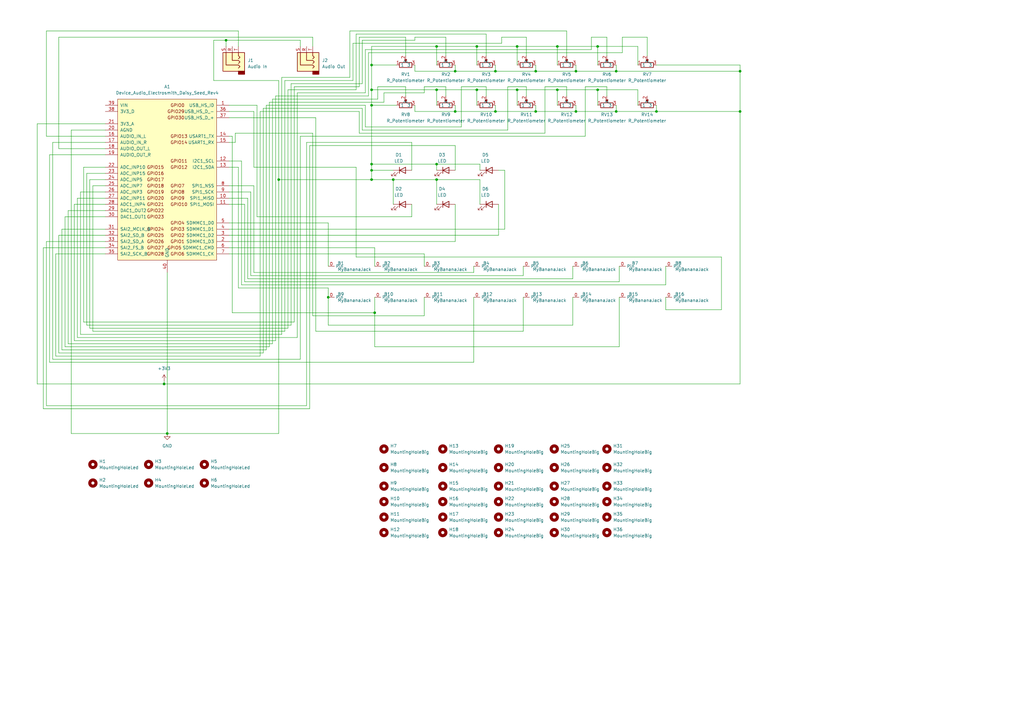
<source format=kicad_sch>
(kicad_sch (version 20211123) (generator eeschema)
  (paper "A3")
  (lib_symbols
    (symbol "Connector:AudioJack3"
      (property "Reference" "J" (at 0 8.89 0))
      (property "Value" "AudioJack3" (at 0 6.35 0))
      (symbol "AudioJack3_0_1"
        (rectangle (start -5.08 -5.08) (end -6.35 -2.54) (stroke (width 0.254)) (fill (type outline)))
        (polyline (pts (xy 0 -2.54) (xy 0.635 -3.175) (xy 1.27 -2.54) (xy 2.54 -2.54)) (stroke (width 0.254)))
        (polyline (pts (xy -1.905 -2.54) (xy -1.27 -3.175) (xy -0.635 -2.54) (xy -0.635 0) (xy 2.54 0)) (stroke (width 0.254)))
        (polyline (pts (xy 2.54 2.54) (xy -2.54 2.54) (xy -2.54 -2.54) (xy -3.175 -3.175) (xy -3.81 -2.54)) (stroke (width 0.254)))
        (rectangle (start 2.54 3.81) (end -5.08 -5.08) (stroke (width 0.254)) (fill (type background)))
      )
      (symbol "AudioJack3_1_1"
        (pin passive line (at 5.08 0 180) (length 2.54) (name "~") (number "R"))
        (pin passive line (at 5.08 2.54 180) (length 2.54) (name "~") (number "S"))
        (pin passive line (at 5.08 -2.54 180) (length 2.54) (name "~") (number "T"))
      )
    )
    (symbol "Device:LED" (pin_numbers hide) (pin_names (offset 1.016) hide)
      (property "Reference" "D" (at 0 2.54 0))
      (property "Value" "LED" (at 0 -2.54 0))
      (symbol "LED_0_1"
        (polyline (pts (xy -1.27 -1.27) (xy -1.27 1.27)) (stroke (width 0.254)))
        (polyline (pts (xy -1.27 0) (xy 1.27 0)))
        (polyline (pts (xy 1.27 -1.27) (xy 1.27 1.27) (xy -1.27 0) (xy 1.27 -1.27)) (stroke (width 0.254)))
        (polyline (pts (xy -3.048 -0.762) (xy -4.572 -2.286) (xy -3.81 -2.286) (xy -4.572 -2.286) (xy -4.572 -1.524)))
        (polyline (pts (xy -1.778 -0.762) (xy -3.302 -2.286) (xy -2.54 -2.286) (xy -3.302 -2.286) (xy -3.302 -1.524)))
      )
      (symbol "LED_1_1"
        (pin passive line (at -3.81 0 0) (length 2.54) (name "K") (number "1"))
        (pin passive line (at 3.81 0 180) (length 2.54) (name "A") (number "2"))
      )
    )
    (symbol "Device_Audio_Electrosmith_Daisy_Seed:Device_Audio_Electrosmith_Daisy_Seed_Rev4" (pin_names (offset 1.016))
      (property "Reference" "A1" (at 0 38.1 0))
      (property "Value" "Device_Audio_Electrosmith_Daisy_Seed_Rev4" (at 0 35.56 0))
      (symbol "Device_Audio_Electrosmith_Daisy_Seed_Rev4_0_0"
        (text "GPIO0" (at 1.27 30.48 0) (effects (font (size 1.27 1.27)) (justify left)))
        (text "GPIO1" (at 1.27 -25.4 0) (effects (font (size 1.27 1.27)) (justify left)))
        (text "GPIO10" (at 1.27 -10.16 0) (effects (font (size 1.27 1.27)) (justify left)))
        (text "GPIO11" (at 1.27 7.62 0) (effects (font (size 1.27 1.27)) (justify left)))
        (text "GPIO12" (at 1.27 5.08 0) (effects (font (size 1.27 1.27)) (justify left)))
        (text "GPIO13" (at 1.27 17.78 0) (effects (font (size 1.27 1.27)) (justify left)))
        (text "GPIO14" (at 1.27 15.24 0) (effects (font (size 1.27 1.27)) (justify left)))
        (text "GPIO15" (at -1.27 5.08 0) (effects (font (size 1.27 1.27)) (justify right)))
        (text "GPIO16" (at -1.27 2.54 0) (effects (font (size 1.27 1.27)) (justify right)))
        (text "GPIO17" (at -1.27 0 0) (effects (font (size 1.27 1.27)) (justify right)))
        (text "GPIO18" (at -1.27 -2.54 0) (effects (font (size 1.27 1.27)) (justify right)))
        (text "GPIO19" (at -1.27 -5.08 0) (effects (font (size 1.27 1.27)) (justify right)))
        (text "GPIO2" (at 1.27 -22.86 0) (effects (font (size 1.27 1.27)) (justify left)))
        (text "GPIO20" (at -1.27 -7.62 0) (effects (font (size 1.27 1.27)) (justify right)))
        (text "GPIO21" (at -1.27 -10.16 0) (effects (font (size 1.27 1.27)) (justify right)))
        (text "GPIO22" (at -1.27 -12.7 0) (effects (font (size 1.27 1.27)) (justify right)))
        (text "GPIO23" (at -1.27 -15.24 0) (effects (font (size 1.27 1.27)) (justify right)))
        (text "GPIO24" (at -1.27 -20.32 0) (effects (font (size 1.27 1.27)) (justify right)))
        (text "GPIO25" (at -1.27 -22.86 0) (effects (font (size 1.27 1.27)) (justify right)))
        (text "GPIO26" (at -1.27 -25.4 0) (effects (font (size 1.27 1.27)) (justify right)))
        (text "GPIO27" (at -1.27 -27.94 0) (effects (font (size 1.27 1.27)) (justify right)))
        (text "GPIO28" (at -1.27 -30.48 0) (effects (font (size 1.27 1.27)) (justify right)))
        (text "GPIO29" (at 0 27.94 0) (effects (font (size 1.27 1.27)) (justify left)))
        (text "GPIO3" (at 1.27 -20.32 0) (effects (font (size 1.27 1.27)) (justify left)))
        (text "GPIO30" (at 0 25.4 0) (effects (font (size 1.27 1.27)) (justify left)))
        (text "GPIO4" (at 1.27 -17.78 0) (effects (font (size 1.27 1.27)) (justify left)))
        (text "GPIO5" (at 0 -27.94 0) (effects (font (size 1.27 1.27)) (justify left)))
        (text "GPIO6" (at 1.27 -30.48 0) (effects (font (size 1.27 1.27)) (justify left)))
        (text "GPIO7" (at 1.27 -2.54 0) (effects (font (size 1.27 1.27)) (justify left)))
        (text "GPIO8" (at 1.27 -5.08 0) (effects (font (size 1.27 1.27)) (justify left)))
        (text "GPIO9" (at 1.27 -7.62 0) (effects (font (size 1.27 1.27)) (justify left)))
        (pin bidirectional line (at 25.4 30.48 180) (length 5.08) (name "USB_HS_ID") (number "1"))
        (pin bidirectional line (at 25.4 -7.62 180) (length 5.08) (name "SPI1_MISO") (number "10"))
        (pin bidirectional line (at 25.4 -10.16 180) (length 5.08) (name "SPI1_MOSI") (number "11"))
        (pin bidirectional line (at 25.4 7.62 180) (length 5.08) (name "I2C1_SCL") (number "12"))
        (pin bidirectional line (at 25.4 5.08 180) (length 5.08) (name "I2C1_SDA") (number "13"))
        (pin bidirectional line (at 25.4 17.78 180) (length 5.08) (name "USART1_TX") (number "14"))
        (pin bidirectional line (at 25.4 15.24 180) (length 5.08) (name "USART1_RX") (number "15"))
        (pin input line (at -25.4 17.78 0) (length 5.08) (name "AUDIO_IN_L") (number "16"))
        (pin input line (at -25.4 15.24 0) (length 5.08) (name "AUDIO_IN_R") (number "17"))
        (pin output line (at -25.4 12.7 0) (length 5.08) (name "AUDIO_OUT_L") (number "18"))
        (pin output line (at -25.4 10.16 0) (length 5.08) (name "AUDIO_OUT_R") (number "19"))
        (pin bidirectional line (at 25.4 -25.4 180) (length 5.08) (name "SDMMC1_D3") (number "2"))
        (pin passive line (at -25.4 20.32 0) (length 5.08) (name "AGND") (number "20"))
        (pin power_out line (at -25.4 22.86 0) (length 5.08) (name "3V3_A") (number "21"))
        (pin bidirectional line (at -25.4 5.08 0) (length 5.08) (name "ADC_INP10") (number "22"))
        (pin bidirectional line (at -25.4 2.54 0) (length 5.08) (name "ADC_INP15") (number "23"))
        (pin bidirectional line (at -25.4 0 0) (length 5.08) (name "ADC_INP5") (number "24"))
        (pin bidirectional line (at -25.4 -2.54 0) (length 5.08) (name "ADC_INP7") (number "25"))
        (pin bidirectional line (at -25.4 -5.08 0) (length 5.08) (name "ADC_INP3") (number "26"))
        (pin bidirectional line (at -25.4 -7.62 0) (length 5.08) (name "ADC_INP11") (number "27"))
        (pin bidirectional line (at -25.4 -10.16 0) (length 5.08) (name "ADC1_INP4") (number "28"))
        (pin bidirectional line (at -25.4 -12.7 0) (length 5.08) (name "DAC1_OUT2") (number "29"))
        (pin bidirectional line (at 25.4 -22.86 180) (length 5.08) (name "SDMMC1_D2") (number "3"))
        (pin bidirectional line (at -25.4 -15.24 0) (length 5.08) (name "DAC1_OUT1") (number "30"))
        (pin bidirectional line (at -25.4 -20.32 0) (length 5.08) (name "SAI2_MCLK_B") (number "31"))
        (pin bidirectional line (at -25.4 -22.86 0) (length 5.08) (name "SAI2_SD_B") (number "32"))
        (pin bidirectional line (at -25.4 -25.4 0) (length 5.08) (name "SAI2_SD_A") (number "33"))
        (pin bidirectional line (at -25.4 -27.94 0) (length 5.08) (name "SAI2_FS_B") (number "34"))
        (pin bidirectional line (at -25.4 -30.48 0) (length 5.08) (name "SAI2_SCK_B") (number "35"))
        (pin bidirectional line (at 25.4 27.94 180) (length 5.08) (name "USB_HS_D_-") (number "36"))
        (pin bidirectional line (at 25.4 25.4 180) (length 5.08) (name "USB_HS_D_+") (number "37"))
        (pin power_out line (at -25.4 27.94 0) (length 5.08) (name "3V3_D") (number "38"))
        (pin power_in line (at -25.4 30.48 0) (length 5.08) (name "VIN") (number "39"))
        (pin bidirectional line (at 25.4 -20.32 180) (length 5.08) (name "SDMMC1_D1") (number "4"))
        (pin passive line (at 0 -38.1 90) (length 5.08) (name "GND") (number "40"))
        (pin bidirectional line (at 25.4 -17.78 180) (length 5.08) (name "SDMMC1_D0") (number "5"))
        (pin bidirectional line (at 25.4 -27.94 180) (length 5.08) (name "SDMMC1_CMD") (number "6"))
        (pin bidirectional line (at 25.4 -30.48 180) (length 5.08) (name "SDMMC1_CK") (number "7"))
        (pin bidirectional line (at 25.4 -2.54 180) (length 5.08) (name "SPI1_NSS") (number "8"))
        (pin bidirectional line (at 25.4 -5.08 180) (length 5.08) (name "SPI1_SCK") (number "9"))
      )
      (symbol "Device_Audio_Electrosmith_Daisy_Seed_Rev4_0_1"
        (rectangle (start -20.32 33.02) (end 20.32 -33.02) (fill (type background)))
      )
    )
    (symbol "Mechanical:MountingHole" (pin_names (offset 1.016))
      (property "Reference" "H" (at 0 5.08 0))
      (property "Value" "MountingHole" (at 0 3.175 0))
      (symbol "MountingHole_0_1"
        (circle (center 0 0) (radius 1.27) (stroke (width 1.27)))
      )
    )
    (symbol "myLibrary:MyBananaJack"
      (property "Reference" "B" (at 1.27 2.54 0))
      (property "Value" "MyBananaJack" (at 7.62 5.08 0))
      (symbol "MyBananaJack_1_1"
        (pin bidirectional line (at 0 0 0) (length 2.54) (name "Pin") (number "0"))
      )
    )
    (symbol "myLibrary:MyPotType1"
      (property "Reference" "U" (at 0 0 0))
      (property "Value" "MyPotType1" (at 7.62 3.81 0))
      (symbol "MyPotType1_0_1"
        (polyline (pts (xy 2.54 0) (xy 1.524 0)))
        (polyline (pts (xy 1.143 0) (xy 2.286 0.508) (xy 2.286 -0.508) (xy 1.143 0)) (fill (type outline)))
        (rectangle (start 1.016 2.54) (end -1.016 -2.54) (stroke (width 0.254)))
      )
      (symbol "MyPotType1_1_1"
        (pin passive line (at 0 3.81 270) (length 1.27) (name "1") (number "1"))
        (pin passive line (at 3.81 0 180) (length 1.27) (name "2") (number "2"))
        (pin passive line (at 0 -3.81 90) (length 1.27) (name "3") (number "3"))
      )
    )
    (symbol "power:+3V3" (power) (pin_names (offset 0))
      (property "Value" "+3V3" (at 0 3.556 0))
      (symbol "+3V3_0_1"
        (polyline (pts (xy -0.762 1.27) (xy 0 2.54)))
        (polyline (pts (xy 0 0) (xy 0 2.54)))
        (polyline (pts (xy 0 2.54) (xy 0.762 1.27)))
      )
      (symbol "+3V3_1_1"
        (pin power_in line (at 0 0 90) (length 0) hide (name "+3V3") (number "1"))
      )
    )
    (symbol "power:GND" (power) (pin_names (offset 0))
      (property "Value" "GND" (at 0 -3.81 0))
      (symbol "GND_0_1"
        (polyline (pts (xy 0 0) (xy 0 -1.27) (xy 1.27 -1.27) (xy 0 -2.54) (xy -1.27 -1.27) (xy 0 -1.27)))
      )
      (symbol "GND_1_1"
        (pin power_in line (at 0 0 270) (length 0) hide (name "GND") (number "1"))
      )
    )
  )
  (junction (at 303.53 29.21))
  (junction (at 179.07 67.31))
  (junction (at 152.4 69.85))
  (junction (at 152.4 26.67))
  (junction (at 219.71 29.21))
  (junction (at 252.73 29.21))
  (junction (at 195.58 19.05))
  (junction (at 236.22 45.72))
  (junction (at 179.07 36.83))
  (junction (at 114.3 73.66))
  (junction (at 186.69 45.72))
  (junction (at 153.67 128.27))
  (junction (at 186.69 29.21))
  (junction (at 134.62 121.92))
  (junction (at 152.4 67.31))
  (junction (at 269.24 45.72))
  (junction (at 228.6 36.83))
  (junction (at 179.07 73.66))
  (junction (at 236.22 29.21))
  (junction (at 245.11 36.83))
  (junction (at 219.71 45.72))
  (junction (at 179.07 19.05))
  (junction (at 203.2 29.21))
  (junction (at 195.58 36.83))
  (junction (at 67.31 157.48))
  (junction (at 152.4 36.83))
  (junction (at 212.09 36.83))
  (junction (at 203.2 45.72))
  (junction (at 92.71 16.51))
  (junction (at 252.73 45.72))
  (junction (at 161.29 73.66))
  (junction (at 212.09 19.05))
  (junction (at 68.58 177.8))
  (junction (at 152.4 43.18))
  (junction (at 245.11 19.05))
  (junction (at 228.6 19.05))
  (junction (at 152.4 73.66))
  (junction (at 303.53 45.72))
  (wire (pts (xy 152.4 43.18) (xy 152.4 67.31)))
  (wire (pts (xy 68.58 177.8) (xy 114.3 177.8)))
  (wire (pts (xy 195.58 19.05) (xy 179.07 19.05)))
  (wire (pts (xy 146.05 105.41) (xy 295.91 105.41)))
  (wire (pts (xy 215.9 15.24) (xy 215.9 22.86)))
  (wire (pts (xy 24.13 15.24) (xy 128.27 15.24)))
  (wire (pts (xy 147.32 54.61) (xy 223.52 54.61)))
  (wire (pts (xy 208.28 53.34) (xy 208.28 35.56)))
  (wire (pts (xy 248.92 15.24) (xy 248.92 22.86)))
  (wire (pts (xy 43.18 81.28) (xy 31.75 81.28)))
  (wire (pts (xy 173.99 38.1) (xy 173.99 35.56)))
  (wire (pts (xy 35.56 71.12) (xy 35.56 133.35)))
  (wire (pts (xy 125.73 58.42) (xy 168.91 58.42)))
  (wire (pts (xy 113.03 39.37) (xy 151.13 39.37)))
  (wire (pts (xy 189.23 35.56) (xy 199.39 35.56)))
  (wire (pts (xy 152.4 67.31) (xy 152.4 69.85)))
  (wire (pts (xy 109.22 43.18) (xy 149.86 43.18)))
  (wire (pts (xy 219.71 26.67) (xy 219.71 29.21)))
  (wire (pts (xy 295.91 105.41) (xy 295.91 127)))
  (wire (pts (xy 170.18 29.21) (xy 186.69 29.21)))
  (wire (pts (xy 242.57 15.24) (xy 248.92 15.24)))
  (wire (pts (xy 236.22 26.67) (xy 236.22 29.21)))
  (wire (pts (xy 228.6 36.83) (xy 212.09 36.83)))
  (wire (pts (xy 186.69 99.06) (xy 186.69 83.82)))
  (wire (pts (xy 148.59 44.45) (xy 148.59 53.34)))
  (wire (pts (xy 125.73 166.37) (xy 125.73 58.42)))
  (wire (pts (xy 35.56 133.35) (xy 119.38 133.35)))
  (wire (pts (xy 102.87 113.03) (xy 214.63 113.03)))
  (wire (pts (xy 161.29 83.82) (xy 161.29 73.66)))
  (wire (pts (xy 26.67 142.24) (xy 110.49 142.24)))
  (wire (pts (xy 194.31 148.59) (xy 194.31 121.92)))
  (wire (pts (xy 152.4 69.85) (xy 152.4 73.66)))
  (wire (pts (xy 43.18 96.52) (xy 24.13 96.52)))
  (wire (pts (xy 118.11 36.83) (xy 118.11 134.62)))
  (wire (pts (xy 153.67 101.6) (xy 153.67 109.22)))
  (wire (pts (xy 38.1 76.2) (xy 38.1 135.89)))
  (wire (pts (xy 303.53 29.21) (xy 303.53 45.72)))
  (wire (pts (xy 24.13 60.96) (xy 24.13 15.24)))
  (wire (pts (xy 146.05 36.83) (xy 146.05 13.97)))
  (wire (pts (xy 273.05 116.84) (xy 273.05 109.22)))
  (wire (pts (xy 31.75 81.28) (xy 31.75 138.43)))
  (wire (pts (xy 255.27 21.59) (xy 255.27 15.24)))
  (wire (pts (xy 232.41 35.56) (xy 232.41 39.37)))
  (wire (pts (xy 179.07 73.66) (xy 161.29 73.66)))
  (wire (pts (xy 114.3 33.02) (xy 114.3 73.66)))
  (wire (pts (xy 99.06 66.04) (xy 99.06 116.84)))
  (wire (pts (xy 203.2 26.67) (xy 203.2 29.21)))
  (wire (pts (xy 93.98 93.98) (xy 207.01 93.98)))
  (wire (pts (xy 43.18 104.14) (xy 22.86 104.14)))
  (wire (pts (xy 119.38 133.35) (xy 119.38 34.29)))
  (wire (pts (xy 93.98 66.04) (xy 99.06 66.04)))
  (wire (pts (xy 152.4 36.83) (xy 179.07 36.83)))
  (wire (pts (xy 19.05 166.37) (xy 125.73 166.37)))
  (wire (pts (xy 147.32 15.24) (xy 166.37 15.24)))
  (wire (pts (xy 105.41 43.18) (xy 105.41 88.9)))
  (wire (pts (xy 107.95 144.78) (xy 107.95 44.45)))
  (wire (pts (xy 33.02 137.16) (xy 115.57 137.16)))
  (wire (pts (xy 20.32 63.5) (xy 20.32 148.59)))
  (wire (pts (xy 212.09 19.05) (xy 195.58 19.05)))
  (wire (pts (xy 29.21 177.8) (xy 68.58 177.8)))
  (wire (pts (xy 43.18 76.2) (xy 38.1 76.2)))
  (wire (pts (xy 25.4 93.98) (xy 25.4 143.51)))
  (wire (pts (xy 128.27 15.24) (xy 128.27 19.05)))
  (wire (pts (xy 93.98 99.06) (xy 186.69 99.06)))
  (wire (pts (xy 114.3 33.02) (xy 87.63 33.02)))
  (wire (pts (xy 236.22 43.18) (xy 236.22 45.72)))
  (wire (pts (xy 43.18 101.6) (xy 17.78 101.6)))
  (wire (pts (xy 194.31 111.76) (xy 194.31 109.22)))
  (wire (pts (xy 179.07 26.67) (xy 179.07 19.05)))
  (wire (pts (xy 269.24 45.72) (xy 303.53 45.72)))
  (wire (pts (xy 109.22 143.51) (xy 109.22 43.18)))
  (wire (pts (xy 170.18 15.24) (xy 182.88 15.24)))
  (wire (pts (xy 36.83 134.62) (xy 118.11 134.62)))
  (wire (pts (xy 168.91 58.42) (xy 168.91 69.85)))
  (wire (pts (xy 196.85 73.66) (xy 179.07 73.66)))
  (wire (pts (xy 196.85 83.82) (xy 196.85 73.66)))
  (wire (pts (xy 93.98 101.6) (xy 153.67 101.6)))
  (wire (pts (xy 252.73 43.18) (xy 252.73 45.72)))
  (wire (pts (xy 240.03 35.56) (xy 248.92 35.56)))
  (wire (pts (xy 22.86 146.05) (xy 106.68 146.05)))
  (wire (pts (xy 87.63 16.51) (xy 92.71 16.51)))
  (wire (pts (xy 93.98 78.74) (xy 102.87 78.74)))
  (wire (pts (xy 93.98 96.52) (xy 204.47 96.52)))
  (wire (pts (xy 115.57 137.16) (xy 115.57 31.75)))
  (wire (pts (xy 43.18 50.8) (xy 15.24 50.8)))
  (wire (pts (xy 214.63 113.03) (xy 214.63 109.22)))
  (wire (pts (xy 95.25 128.27) (xy 153.67 128.27)))
  (wire (pts (xy 106.68 45.72) (xy 147.32 45.72)))
  (wire (pts (xy 219.71 45.72) (xy 236.22 45.72)))
  (wire (pts (xy 179.07 67.31) (xy 152.4 67.31)))
  (wire (pts (xy 166.37 35.56) (xy 166.37 39.37)))
  (wire (pts (xy 199.39 13.97) (xy 199.39 22.86)))
  (wire (pts (xy 43.18 88.9) (xy 26.67 88.9)))
  (wire (pts (xy 186.69 29.21) (xy 203.2 29.21)))
  (wire (pts (xy 152.4 36.83) (xy 152.4 43.18)))
  (wire (pts (xy 121.92 38.1) (xy 149.86 38.1)))
  (wire (pts (xy 254 142.24) (xy 153.67 142.24)))
  (wire (pts (xy 120.65 132.08) (xy 120.65 35.56)))
  (wire (pts (xy 205.74 17.78) (xy 205.74 15.24)))
  (wire (pts (xy 234.95 114.3) (xy 234.95 109.22)))
  (wire (pts (xy 100.33 115.57) (xy 254 115.57)))
  (wire (pts (xy 15.24 157.48) (xy 67.31 157.48)))
  (wire (pts (xy 67.31 157.48) (xy 67.31 156.21)))
  (wire (pts (xy 232.41 12.7) (xy 232.41 22.86)))
  (wire (pts (xy 123.19 16.51) (xy 92.71 16.51)))
  (wire (pts (xy 101.6 81.28) (xy 101.6 114.3)))
  (wire (pts (xy 303.53 26.67) (xy 269.24 26.67)))
  (wire (pts (xy 105.41 88.9) (xy 168.91 88.9)))
  (wire (pts (xy 43.18 73.66) (xy 36.83 73.66)))
  (wire (pts (xy 127 167.64) (xy 127 59.69)))
  (wire (pts (xy 22.86 104.14) (xy 22.86 146.05)))
  (wire (pts (xy 116.84 135.89) (xy 116.84 33.02)))
  (wire (pts (xy 182.88 35.56) (xy 182.88 39.37)))
  (wire (pts (xy 205.74 15.24) (xy 215.9 15.24)))
  (wire (pts (xy 166.37 15.24) (xy 166.37 22.86)))
  (wire (pts (xy 30.48 83.82) (xy 30.48 139.7)))
  (wire (pts (xy 134.62 133.35) (xy 234.95 133.35)))
  (wire (pts (xy 252.73 45.72) (xy 269.24 45.72)))
  (wire (pts (xy 111.76 40.64) (xy 154.94 40.64)))
  (wire (pts (xy 93.98 81.28) (xy 101.6 81.28)))
  (wire (pts (xy 170.18 26.67) (xy 170.18 29.21)))
  (wire (pts (xy 43.18 86.36) (xy 27.94 86.36)))
  (wire (pts (xy 151.13 39.37) (xy 151.13 21.59)))
  (wire (pts (xy 111.76 140.97) (xy 111.76 40.64)))
  (wire (pts (xy 21.59 147.32) (xy 123.19 147.32)))
  (wire (pts (xy 25.4 143.51) (xy 109.22 143.51)))
  (wire (pts (xy 179.07 69.85) (xy 179.07 67.31)))
  (wire (pts (xy 146.05 68.58) (xy 146.05 105.41)))
  (wire (pts (xy 143.51 31.75) (xy 143.51 12.7)))
  (wire (pts (xy 154.94 35.56) (xy 166.37 35.56)))
  (wire (pts (xy 93.98 83.82) (xy 100.33 83.82)))
  (wire (pts (xy 21.59 58.42) (xy 21.59 147.32)))
  (wire (pts (xy 144.78 33.02) (xy 144.78 17.78)))
  (wire (pts (xy 24.13 144.78) (xy 107.95 144.78)))
  (wire (pts (xy 93.98 43.18) (xy 105.41 43.18)))
  (wire (pts (xy 114.3 177.8) (xy 114.3 73.66)))
  (wire (pts (xy 144.78 17.78) (xy 205.74 17.78)))
  (wire (pts (xy 43.18 99.06) (xy 19.05 99.06)))
  (wire (pts (xy 204.47 69.85) (xy 207.01 69.85)))
  (wire (pts (xy 26.67 88.9) (xy 26.67 142.24)))
  (wire (pts (xy 245.11 26.67) (xy 245.11 19.05)))
  (wire (pts (xy 115.57 31.75) (xy 143.51 31.75)))
  (wire (pts (xy 154.94 40.64) (xy 154.94 35.56)))
  (wire (pts (xy 228.6 26.67) (xy 228.6 19.05)))
  (wire (pts (xy 199.39 35.56) (xy 199.39 39.37)))
  (wire (pts (xy 219.71 29.21) (xy 236.22 29.21)))
  (wire (pts (xy 148.59 53.34) (xy 208.28 53.34)))
  (wire (pts (xy 186.69 59.69) (xy 186.69 69.85)))
  (wire (pts (xy 15.24 50.8) (xy 15.24 157.48)))
  (wire (pts (xy 207.01 93.98) (xy 207.01 69.85)))
  (wire (pts (xy 31.75 138.43) (xy 121.92 138.43)))
  (wire (pts (xy 97.79 12.7) (xy 97.79 19.05)))
  (wire (pts (xy 149.86 38.1) (xy 149.86 20.32)))
  (wire (pts (xy 97.79 68.58) (xy 97.79 118.11)))
  (wire (pts (xy 43.18 60.96) (xy 24.13 60.96)))
  (wire (pts (xy 219.71 43.18) (xy 219.71 45.72)))
  (wire (pts (xy 228.6 43.18) (xy 228.6 36.83)))
  (wire (pts (xy 100.33 83.82) (xy 100.33 115.57)))
  (wire (pts (xy 36.83 73.66) (xy 36.83 134.62)))
  (wire (pts (xy 34.29 68.58) (xy 34.29 132.08)))
  (wire (pts (xy 148.59 16.51) (xy 170.18 16.51)))
  (wire (pts (xy 196.85 67.31) (xy 179.07 67.31)))
  (wire (pts (xy 214.63 135.89) (xy 214.63 121.92)))
  (wire (pts (xy 19.05 55.88) (xy 19.05 12.7)))
  (wire (pts (xy 182.88 15.24) (xy 182.88 22.86)))
  (wire (pts (xy 223.52 54.61) (xy 223.52 35.56)))
  (wire (pts (xy 129.54 48.26) (xy 129.54 135.89)))
  (wire (pts (xy 186.69 26.67) (xy 186.69 29.21)))
  (wire (pts (xy 104.14 111.76) (xy 194.31 111.76)))
  (wire (pts (xy 123.19 55.88) (xy 240.03 55.88)))
  (wire (pts (xy 20.32 148.59) (xy 194.31 148.59)))
  (wire (pts (xy 261.62 36.83) (xy 245.11 36.83)))
  (wire (pts (xy 303.53 157.48) (xy 303.53 45.72)))
  (wire (pts (xy 240.03 55.88) (xy 240.03 35.56)))
  (wire (pts (xy 134.62 121.92) (xy 134.62 133.35)))
  (wire (pts (xy 106.68 146.05) (xy 106.68 45.72)))
  (wire (pts (xy 252.73 29.21) (xy 303.53 29.21)))
  (wire (pts (xy 152.4 43.18) (xy 162.56 43.18)))
  (wire (pts (xy 153.67 128.27) (xy 153.67 142.24)))
  (wire (pts (xy 93.98 68.58) (xy 97.79 68.58)))
  (wire (pts (xy 196.85 69.85) (xy 196.85 67.31)))
  (wire (pts (xy 303.53 29.21) (xy 303.53 26.67)))
  (wire (pts (xy 93.98 48.26) (xy 129.54 48.26)))
  (wire (pts (xy 107.95 44.45) (xy 148.59 44.45)))
  (wire (pts (xy 195.58 26.67) (xy 195.58 19.05)))
  (wire (pts (xy 161.29 73.66) (xy 152.4 73.66)))
  (wire (pts (xy 245.11 43.18) (xy 245.11 36.83)))
  (wire (pts (xy 265.43 15.24) (xy 265.43 22.86)))
  (wire (pts (xy 151.13 21.59) (xy 255.27 21.59)))
  (wire (pts (xy 146.05 13.97) (xy 199.39 13.97)))
  (wire (pts (xy 33.02 78.74) (xy 43.18 78.74)))
  (wire (pts (xy 110.49 41.91) (xy 157.48 41.91)))
  (wire (pts (xy 87.63 33.02) (xy 87.63 16.51)))
  (wire (pts (xy 134.62 91.44) (xy 134.62 109.22)))
  (wire (pts (xy 43.18 83.82) (xy 30.48 83.82)))
  (wire (pts (xy 157.48 41.91) (xy 157.48 38.1)))
  (wire (pts (xy 261.62 19.05) (xy 245.11 19.05)))
  (wire (pts (xy 255.27 15.24) (xy 265.43 15.24)))
  (wire (pts (xy 93.98 55.88) (xy 95.25 55.88)))
  (wire (pts (xy 116.84 33.02) (xy 144.78 33.02)))
  (wire (pts (xy 104.14 68.58) (xy 146.05 68.58)))
  (wire (pts (xy 93.98 76.2) (xy 104.14 76.2)))
  (wire (pts (xy 212.09 36.83) (xy 195.58 36.83)))
  (wire (pts (xy 93.98 58.42) (xy 96.52 58.42)))
  (wire (pts (xy 43.18 93.98) (xy 25.4 93.98)))
  (wire (pts (xy 19.05 99.06) (xy 19.05 166.37)))
  (wire (pts (xy 43.18 58.42) (xy 21.59 58.42)))
  (wire (pts (xy 148.59 34.29) (xy 148.59 16.51)))
  (wire (pts (xy 127 59.69) (xy 186.69 59.69)))
  (wire (pts (xy 203.2 43.18) (xy 203.2 45.72)))
  (wire (pts (xy 29.21 53.34) (xy 29.21 177.8)))
  (wire (pts (xy 173.99 35.56) (xy 182.88 35.56)))
  (wire (pts (xy 110.49 142.24) (xy 110.49 41.91)))
  (wire (pts (xy 252.73 26.67) (xy 252.73 29.21)))
  (wire (pts (xy 121.92 138.43) (xy 121.92 38.1)))
  (wire (pts (xy 162.56 26.67) (xy 152.4 26.67)))
  (wire (pts (xy 179.07 43.18) (xy 179.07 36.83)))
  (wire (pts (xy 149.86 52.07) (xy 189.23 52.07)))
  (wire (pts (xy 104.14 76.2) (xy 104.14 111.76)))
  (wire (pts (xy 295.91 127) (xy 273.05 127)))
  (wire (pts (xy 43.18 68.58) (xy 34.29 68.58)))
  (wire (pts (xy 43.18 71.12) (xy 35.56 71.12)))
  (wire (pts (xy 104.14 45.72) (xy 104.14 68.58)))
  (wire (pts (xy 152.4 26.67) (xy 152.4 36.83)))
  (wire (pts (xy 33.02 78.74) (xy 33.02 137.16)))
  (wire (pts (xy 149.86 20.32) (xy 242.57 20.32)))
  (wire (pts (xy 120.65 35.56) (xy 147.32 35.56)))
  (wire (pts (xy 93.98 45.72) (xy 104.14 45.72)))
  (wire (pts (xy 67.31 157.48) (xy 303.53 157.48)))
  (wire (pts (xy 128.27 129.54) (xy 173.99 129.54)))
  (wire (pts (xy 236.22 45.72) (xy 252.73 45.72)))
  (wire (pts (xy 118.11 36.83) (xy 146.05 36.83)))
  (wire (pts (xy 34.29 132.08) (xy 120.65 132.08)))
  (wire (pts (xy 99.06 116.84) (xy 273.05 116.84)))
  (wire (pts (xy 228.6 19.05) (xy 212.09 19.05)))
  (wire (pts (xy 27.94 140.97) (xy 111.76 140.97)))
  (wire (pts (xy 261.62 43.18) (xy 261.62 36.83)))
  (wire (pts (xy 43.18 55.88) (xy 19.05 55.88)))
  (wire (pts (xy 248.92 35.56) (xy 248.92 39.37)))
  (wire (pts (xy 223.52 35.56) (xy 232.41 35.56)))
  (wire (pts (xy 43.18 63.5) (xy 20.32 63.5)))
  (wire (pts (xy 269.24 43.18) (xy 269.24 45.72)))
  (wire (pts (xy 102.87 78.74) (xy 102.87 113.03)))
  (wire (pts (xy 215.9 35.56) (xy 215.9 39.37)))
  (wire (pts (xy 113.03 139.7) (xy 113.03 39.37)))
  (wire (pts (xy 245.11 36.83) (xy 228.6 36.83)))
  (wire (pts (xy 114.3 73.66) (xy 152.4 73.66)))
  (wire (pts (xy 93.98 91.44) (xy 134.62 91.44)))
  (wire (pts (xy 186.69 43.18) (xy 186.69 45.72)))
  (wire (pts (xy 27.94 86.36) (xy 27.94 140.97)))
  (wire (pts (xy 101.6 114.3) (xy 234.95 114.3)))
  (wire (pts (xy 68.58 111.76) (xy 68.58 177.8)))
  (wire (pts (xy 170.18 43.18) (xy 170.18 45.72)))
  (wire (pts (xy 273.05 127) (xy 273.05 121.92)))
  (wire (pts (xy 123.19 19.05) (xy 123.19 16.51)))
  (wire (pts (xy 95.25 55.88) (xy 95.25 128.27)))
  (wire (pts (xy 143.51 12.7) (xy 232.41 12.7)))
  (wire (pts (xy 234.95 133.35) (xy 234.95 121.92)))
  (wire (pts (xy 128.27 54.61) (xy 128.27 129.54)))
  (wire (pts (xy 170.18 45.72) (xy 186.69 45.72)))
  (wire (pts (xy 30.48 139.7) (xy 113.03 139.7)))
  (wire (pts (xy 93.98 104.14) (xy 173.99 104.14)))
  (wire (pts (xy 149.86 43.18) (xy 149.86 52.07)))
  (wire (pts (xy 157.48 38.1) (xy 173.99 38.1)))
  (wire (pts (xy 203.2 29.21) (xy 219.71 29.21)))
  (wire (pts (xy 203.2 45.72) (xy 219.71 45.72)))
  (wire (pts (xy 147.32 35.56) (xy 147.32 15.24)))
  (wire (pts (xy 17.78 167.64) (xy 127 167.64)))
  (wire (pts (xy 254 121.92) (xy 254 142.24)))
  (wire (pts (xy 123.19 147.32) (xy 123.19 55.88)))
  (wire (pts (xy 168.91 83.82) (xy 168.91 88.9)))
  (wire (pts (xy 254 115.57) (xy 254 109.22)))
  (wire (pts (xy 19.05 12.7) (xy 97.79 12.7)))
  (wire (pts (xy 119.38 34.29) (xy 148.59 34.29)))
  (wire (pts (xy 212.09 26.67) (xy 212.09 19.05)))
  (wire (pts (xy 96.52 54.61) (xy 128.27 54.61)))
  (wire (pts (xy 195.58 43.18) (xy 195.58 36.83)))
  (wire (pts (xy 186.69 45.72) (xy 203.2 45.72)))
  (wire (pts (xy 170.18 16.51) (xy 170.18 15.24)))
  (wire (pts (xy 242.57 20.32) (xy 242.57 15.24)))
  (wire (pts (xy 152.4 19.05) (xy 152.4 26.67)))
  (wire (pts (xy 179.07 36.83) (xy 195.58 36.83)))
  (wire (pts (xy 208.28 35.56) (xy 215.9 35.56)))
  (wire (pts (xy 212.09 43.18) (xy 212.09 36.83)))
  (wire (pts (xy 96.52 58.42) (xy 96.52 54.61)))
  (wire (pts (xy 236.22 29.21) (xy 252.73 29.21)))
  (wire (pts (xy 173.99 104.14) (xy 173.99 109.22)))
  (wire (pts (xy 129.54 135.89) (xy 214.63 135.89)))
  (wire (pts (xy 38.1 135.89) (xy 116.84 135.89)))
  (wire (pts (xy 173.99 129.54) (xy 173.99 121.92)))
  (wire (pts (xy 17.78 101.6) (xy 17.78 167.64)))
  (wire (pts (xy 97.79 118.11) (xy 134.62 118.11)))
  (wire (pts (xy 179.07 19.05) (xy 152.4 19.05)))
  (wire (pts (xy 153.67 121.92) (xy 153.67 128.27)))
  (wire (pts (xy 24.13 96.52) (xy 24.13 144.78)))
  (wire (pts (xy 245.11 19.05) (xy 228.6 19.05)))
  (wire (pts (xy 204.47 96.52) (xy 204.47 83.82)))
  (wire (pts (xy 179.07 83.82) (xy 179.07 73.66)))
  (wire (pts (xy 189.23 52.07) (xy 189.23 35.56)))
  (wire (pts (xy 92.71 16.51) (xy 92.71 19.05)))
  (wire (pts (xy 134.62 118.11) (xy 134.62 121.92)))
  (wire (pts (xy 261.62 26.67) (xy 261.62 19.05)))
  (wire (pts (xy 43.18 53.34) (xy 29.21 53.34)))
  (wire (pts (xy 152.4 69.85) (xy 161.29 69.85)))
  (wire (pts (xy 147.32 45.72) (xy 147.32 54.61)))
  (symbol (lib_id "Mechanical:MountingHole") (at 157.48 205.74 0) (unit 1)
    (property "Reference" "H10" (at 160.02 204.4699 0) (effects (justify left)))
    (property "Value" "MountingHoleBig" (at 160.02 207.0099 0) (effects (justify left)))
    (property "Footprint" "MyLibraryFootprints:MyThroughHole" (effects hide))
  )
  (symbol (lib_id "Mechanical:MountingHole") (at 38.1 198.12 0) (unit 1)
    (property "Reference" "H2" (at 40.64 196.85 0) (effects (justify left)))
    (property "Value" "MountingHoleLed" (at 40.64 199.3899 0) (effects (justify left)))
    (property "Footprint" "MyLibraryFootprints:MyThroughHoleLed" (effects hide))
  )
  (symbol (lib_id "myLibrary:MyBananaJack") (at 273.05 121.92 0) (unit 1)
    (property "Reference" "B16" (at 276.86 120.6499 0) (effects (justify left)))
    (property "Value" "MyBananaJack" (at 276.86 123.1899 0) (effects (justify left)))
    (property "Footprint" "MyBananaJackFootprint" (effects hide))
  )
  (symbol (lib_id "Device_Audio_Electrosmith_Daisy_Seed:Device_Audio_Electrosmith_Daisy_Seed_Rev4") (at 68.58 73.66 0) (unit 1)
    (property "Reference" "A1" (at 68.58 35.56 0))
    (property "Value" "Device_Audio_Electrosmith_Daisy_Seed_Rev4" (at 68.58 38.1 0))
    (property "Footprint" "Device_Audio_Electrosmith_Daisy_Seed:Device_Audio_Electrosmith_Daisy_Seed" (effects hide))
    (property "Datasheet" "https://github.com/electro-smith/DaisyWiki/wiki" (effects hide))
  )
  (symbol (lib_id "Mechanical:MountingHole") (at 181.61 218.44 0) (unit 1)
    (property "Reference" "H18" (at 184.15 217.1699 0) (effects (justify left)))
    (property "Value" "MountingHoleBig" (at 184.15 219.7099 0) (effects (justify left)))
    (property "Footprint" "MyLibraryFootprints:MyThroughHole" (effects hide))
  )
  (symbol (lib_id "Mechanical:MountingHole") (at 227.33 191.77 0) (unit 1)
    (property "Reference" "H26" (at 229.87 190.4999 0) (effects (justify left)))
    (property "Value" "MountingHoleBig" (at 229.87 193.0399 0) (effects (justify left)))
    (property "Footprint" "MyLibraryFootprints:MyThroughHole" (effects hide))
  )
  (symbol (lib_id "myLibrary:MyPotType1") (at 215.9 43.18 90) (unit 1)
    (property "Reference" "RV11" (at 215.9 46.99 90))
    (property "Value" "R_Potentiometer" (at 215.9 49.53 90))
    (property "Footprint" "MyLibraryFootprints:MyPotType1Footprint" (effects hide))
  )
  (symbol (lib_id "Mechanical:MountingHole") (at 204.47 205.74 0) (unit 1)
    (property "Reference" "H22" (at 207.01 204.4699 0) (effects (justify left)))
    (property "Value" "MountingHoleBig" (at 207.01 207.0099 0) (effects (justify left)))
    (property "Footprint" "MyLibraryFootprints:MyThroughHole" (effects hide))
  )
  (symbol (lib_id "Mechanical:MountingHole") (at 248.92 205.74 0) (unit 1)
    (property "Reference" "H34" (at 251.46 204.4699 0) (effects (justify left)))
    (property "Value" "MountingHoleBig" (at 251.46 207.0099 0) (effects (justify left)))
    (property "Footprint" "MyLibraryFootprints:MyThroughHole" (effects hide))
  )
  (symbol (lib_id "myLibrary:MyPotType1") (at 166.37 43.18 90) (unit 1)
    (property "Reference" "RV8" (at 166.37 46.99 90))
    (property "Value" "R_Potentiometer" (at 166.37 49.53 90))
    (property "Footprint" "MyLibraryFootprints:MyPotType1Footprint" (effects hide))
  )
  (symbol (lib_id "Mechanical:MountingHole") (at 157.48 218.44 0) (unit 1)
    (property "Reference" "H12" (at 160.02 217.1699 0) (effects (justify left)))
    (property "Value" "MountingHoleBig" (at 160.02 219.7099 0) (effects (justify left)))
    (property "Footprint" "MyLibraryFootprints:MyThroughHole" (effects hide))
  )
  (symbol (lib_id "myLibrary:MyPotType1") (at 166.37 26.67 90) (unit 1)
    (property "Reference" "RV1" (at 166.37 30.48 90))
    (property "Value" "R_Potentiometer" (at 166.37 33.02 90))
    (property "Footprint" "MyLibraryFootprints:MyPotType1Footprint" (effects hide))
  )
  (symbol (lib_id "myLibrary:MyPotType1") (at 232.41 43.18 90) (unit 1)
    (property "Reference" "RV12" (at 232.41 46.99 90))
    (property "Value" "R_Potentiometer" (at 232.41 49.53 90))
    (property "Footprint" "MyLibraryFootprints:MyPotType1Footprint" (effects hide))
  )
  (symbol (lib_id "Mechanical:MountingHole") (at 248.92 191.77 0) (unit 1)
    (property "Reference" "H32" (at 251.46 190.4999 0) (effects (justify left)))
    (property "Value" "MountingHoleBig" (at 251.46 193.0399 0) (effects (justify left)))
    (property "Footprint" "MyLibraryFootprints:MyThroughHole" (effects hide))
  )
  (symbol (lib_id "Mechanical:MountingHole") (at 157.48 191.77 0) (unit 1)
    (property "Reference" "H8" (at 160.02 190.4999 0) (effects (justify left)))
    (property "Value" "MountingHoleBig" (at 160.02 193.0399 0) (effects (justify left)))
    (property "Footprint" "MyLibraryFootprints:MyThroughHole" (effects hide))
  )
  (symbol (lib_id "Mechanical:MountingHole") (at 181.61 199.39 0) (unit 1)
    (property "Reference" "H15" (at 184.15 198.1199 0) (effects (justify left)))
    (property "Value" "MountingHoleBig" (at 184.15 200.6599 0) (effects (justify left)))
    (property "Footprint" "MyLibraryFootprints:MyThroughHole" (effects hide))
  )
  (symbol (lib_id "myLibrary:MyBananaJack") (at 194.31 121.92 0) (unit 1)
    (property "Reference" "B12" (at 198.12 120.6499 0) (effects (justify left)))
    (property "Value" "MyBananaJack" (at 198.12 123.1899 0) (effects (justify left)))
    (property "Footprint" "MyBananaJackFootprint" (effects hide))
  )
  (symbol (lib_id "Mechanical:MountingHole") (at 38.1 190.5 0) (unit 1)
    (property "Reference" "H1" (at 40.64 189.23 0) (effects (justify left)))
    (property "Value" "MountingHoleLed" (at 40.64 191.7699 0) (effects (justify left)))
    (property "Footprint" "MyLibraryFootprints:MyThroughHoleLed" (effects hide))
  )
  (symbol (lib_id "myLibrary:MyPotType1") (at 182.88 43.18 90) (unit 1)
    (property "Reference" "RV9" (at 182.88 46.99 90))
    (property "Value" "R_Potentiometer" (at 182.88 49.53 90))
    (property "Footprint" "MyLibraryFootprints:MyPotType1Footprint" (effects hide))
  )
  (symbol (lib_id "Mechanical:MountingHole") (at 204.47 191.77 0) (unit 1)
    (property "Reference" "H20" (at 207.01 190.4999 0) (effects (justify left)))
    (property "Value" "MountingHoleBig" (at 207.01 193.0399 0) (effects (justify left)))
    (property "Footprint" "MyLibraryFootprints:MyThroughHole" (effects hide))
  )
  (symbol (lib_id "Device:LED") (at 182.88 69.85 0) (unit 1)
    (property "Reference" "D3" (at 181.2925 63.5 0))
    (property "Value" "LED" (at 181.2925 66.04 0))
    (property "Footprint" "LED_THT:LED_D5.0mm" (effects hide))
  )
  (symbol (lib_id "Device:LED") (at 165.1 69.85 0) (unit 1)
    (property "Reference" "D1" (at 163.5125 63.5 0))
    (property "Value" "LED" (at 163.5125 66.04 0))
    (property "Footprint" "LED_THT:LED_D5.0mm" (effects hide))
  )
  (symbol (lib_id "myLibrary:MyBananaJack") (at 214.63 121.92 0) (unit 1)
    (property "Reference" "B13" (at 218.44 120.6499 0) (effects (justify left)))
    (property "Value" "MyBananaJack" (at 218.44 123.1899 0) (effects (justify left)))
    (property "Footprint" "MyBananaJackFootprint" (effects hide))
  )
  (symbol (lib_id "Mechanical:MountingHole") (at 227.33 199.39 0) (unit 1)
    (property "Reference" "H27" (at 229.87 198.1199 0) (effects (justify left)))
    (property "Value" "MountingHoleBig" (at 229.87 200.6599 0) (effects (justify left)))
    (property "Footprint" "MyLibraryFootprints:MyThroughHole" (effects hide))
  )
  (symbol (lib_id "Device:LED") (at 200.66 83.82 0) (unit 1)
    (property "Reference" "D6" (at 199.0725 77.47 0))
    (property "Value" "LED" (at 199.0725 80.01 0))
    (property "Footprint" "LED_THT:LED_D5.0mm" (effects hide))
  )
  (symbol (lib_id "myLibrary:MyBananaJack") (at 214.63 109.22 0) (unit 1)
    (property "Reference" "B5" (at 218.44 107.9499 0) (effects (justify left)))
    (property "Value" "MyBananaJack" (at 218.44 110.4899 0) (effects (justify left)))
    (property "Footprint" "MyBananaJackFootprint" (effects hide))
  )
  (symbol (lib_id "Connector:AudioJack3") (at 95.25 24.13 90) (unit 1)
    (property "Reference" "J1" (at 101.6 24.7649 90) (effects (justify right)))
    (property "Value" "Audio In" (at 101.6 27.3049 90) (effects (justify right)))
    (property "Footprint" "MyLibraryFootprints:audioJackFootprint" (effects hide))
  )
  (symbol (lib_id "Mechanical:MountingHole") (at 181.61 191.77 0) (unit 1)
    (property "Reference" "H14" (at 184.15 190.4999 0) (effects (justify left)))
    (property "Value" "MountingHoleBig" (at 184.15 193.0399 0) (effects (justify left)))
    (property "Footprint" "MyLibraryFootprints:MyThroughHole" (effects hide))
  )
  (symbol (lib_id "Mechanical:MountingHole") (at 83.82 190.5 0) (unit 1)
    (property "Reference" "H5" (at 86.36 189.23 0) (effects (justify left)))
    (property "Value" "MountingHoleLed" (at 86.36 191.7699 0) (effects (justify left)))
    (property "Footprint" "MyLibraryFootprints:MyThroughHoleLed" (effects hide))
  )
  (symbol (lib_id "Mechanical:MountingHole") (at 227.33 184.15 0) (unit 1)
    (property "Reference" "H25" (at 229.87 182.8799 0) (effects (justify left)))
    (property "Value" "MountingHoleBig" (at 229.87 185.4199 0) (effects (justify left)))
    (property "Footprint" "MyLibraryFootprints:MyThroughHole" (effects hide))
  )
  (symbol (lib_id "Mechanical:MountingHole") (at 157.48 212.09 0) (unit 1)
    (property "Reference" "H11" (at 160.02 210.8199 0) (effects (justify left)))
    (property "Value" "MountingHoleBig" (at 160.02 213.3599 0) (effects (justify left)))
    (property "Footprint" "MyLibraryFootprints:MyThroughHole" (effects hide))
  )
  (symbol (lib_id "myLibrary:MyPotType1") (at 248.92 26.67 90) (unit 1)
    (property "Reference" "RV6" (at 248.92 30.48 90))
    (property "Value" "R_Potentiometer" (at 248.92 33.02 90))
    (property "Footprint" "MyLibraryFootprints:MyPotType1Footprint" (effects hide))
  )
  (symbol (lib_id "myLibrary:MyPotType1") (at 265.43 26.67 90) (unit 1)
    (property "Reference" "RV7" (at 265.43 30.48 90))
    (property "Value" "R_Potentiometer" (at 265.43 33.02 90))
    (property "Footprint" "MyLibraryFootprints:MyPotType1Footprint" (effects hide))
  )
  (symbol (lib_id "Mechanical:MountingHole") (at 181.61 184.15 0) (unit 1)
    (property "Reference" "H13" (at 184.15 182.8799 0) (effects (justify left)))
    (property "Value" "MountingHoleBig" (at 184.15 185.4199 0) (effects (justify left)))
    (property "Footprint" "MyLibraryFootprints:MyThroughHole" (effects hide))
  )
  (symbol (lib_id "power:+3V3") (at 67.31 156.21 0) (unit 1)
    (property "Reference" "#PWR0101" (effects hide))
    (property "Value" "+3V3" (at 67.31 151.13 0))
  )
  (symbol (lib_id "Mechanical:MountingHole") (at 157.48 184.15 0) (unit 1)
    (property "Reference" "H7" (at 160.02 182.8799 0) (effects (justify left)))
    (property "Value" "MountingHoleBig" (at 160.02 185.4199 0) (effects (justify left)))
    (property "Footprint" "MyLibraryFootprints:MyThroughHole" (effects hide))
  )
  (symbol (lib_id "myLibrary:MyBananaJack") (at 234.95 121.92 0) (unit 1)
    (property "Reference" "B14" (at 238.76 120.6499 0) (effects (justify left)))
    (property "Value" "MyBananaJack" (at 238.76 123.1899 0) (effects (justify left)))
    (property "Footprint" "MyBananaJackFootprint" (effects hide))
  )
  (symbol (lib_id "Mechanical:MountingHole") (at 204.47 199.39 0) (unit 1)
    (property "Reference" "H21" (at 207.01 198.1199 0) (effects (justify left)))
    (property "Value" "MountingHoleBig" (at 207.01 200.6599 0) (effects (justify left)))
    (property "Footprint" "MyLibraryFootprints:MyThroughHole" (effects hide))
  )
  (symbol (lib_id "Mechanical:MountingHole") (at 227.33 218.44 0) (unit 1)
    (property "Reference" "H30" (at 229.87 217.1699 0) (effects (justify left)))
    (property "Value" "MountingHoleBig" (at 229.87 219.7099 0) (effects (justify left)))
    (property "Footprint" "MyLibraryFootprints:MyThroughHole" (effects hide))
  )
  (symbol (lib_id "Mechanical:MountingHole") (at 157.48 199.39 0) (unit 1)
    (property "Reference" "H9" (at 160.02 198.1199 0) (effects (justify left)))
    (property "Value" "MountingHoleBig" (at 160.02 200.6599 0) (effects (justify left)))
    (property "Footprint" "MyLibraryFootprints:MyThroughHole" (effects hide))
  )
  (symbol (lib_id "myLibrary:MyBananaJack") (at 153.67 121.92 0) (unit 1)
    (property "Reference" "B10" (at 157.48 120.6499 0) (effects (justify left)))
    (property "Value" "MyBananaJack" (at 157.48 123.1899 0) (effects (justify left)))
    (property "Footprint" "MyBananaJackFootprint" (effects hide))
  )
  (symbol (lib_id "myLibrary:MyPotType1") (at 248.92 43.18 90) (unit 1)
    (property "Reference" "RV13" (at 248.92 46.99 90))
    (property "Value" "R_Potentiometer" (at 248.92 49.53 90))
    (property "Footprint" "MyLibraryFootprints:MyPotType1Footprint" (effects hide))
  )
  (symbol (lib_id "myLibrary:MyBananaJack") (at 173.99 109.22 0) (unit 1)
    (property "Reference" "B3" (at 177.8 107.9499 0) (effects (justify left)))
    (property "Value" "MyBananaJack" (at 177.8 110.4899 0) (effects (justify left)))
    (property "Footprint" "MyBananaJackFootprint" (effects hide))
  )
  (symbol (lib_id "Mechanical:MountingHole") (at 204.47 218.44 0) (unit 1)
    (property "Reference" "H24" (at 207.01 217.1699 0) (effects (justify left)))
    (property "Value" "MountingHoleBig" (at 207.01 219.7099 0) (effects (justify left)))
    (property "Footprint" "MyLibraryFootprints:MyThroughHole" (effects hide))
  )
  (symbol (lib_id "Mechanical:MountingHole") (at 83.82 198.12 0) (unit 1)
    (property "Reference" "H6" (at 86.36 196.85 0) (effects (justify left)))
    (property "Value" "MountingHoleLed" (at 86.36 199.3899 0) (effects (justify left)))
    (property "Footprint" "MyLibraryFootprints:MyThroughHoleLed" (effects hide))
  )
  (symbol (lib_id "myLibrary:MyBananaJack") (at 194.31 109.22 0) (unit 1)
    (property "Reference" "B4" (at 198.12 107.9499 0) (effects (justify left)))
    (property "Value" "MyBananaJack" (at 198.12 110.4899 0) (effects (justify left)))
    (property "Footprint" "MyBananaJackFootprint" (effects hide))
  )
  (symbol (lib_id "myLibrary:MyBananaJack") (at 134.62 121.92 0) (unit 1)
    (property "Reference" "B9" (at 138.43 120.6499 0) (effects (justify left)))
    (property "Value" "MyBananaJack" (at 138.43 123.1899 0) (effects (justify left)))
    (property "Footprint" "MyBananaJackFootprint" (effects hide))
  )
  (symbol (lib_id "myLibrary:MyBananaJack") (at 273.05 109.22 0) (unit 1)
    (property "Reference" "B8" (at 276.86 107.9499 0) (effects (justify left)))
    (property "Value" "MyBananaJack" (at 276.86 110.4899 0) (effects (justify left)))
    (property "Footprint" "MyBananaJackFootprint" (effects hide))
  )
  (symbol (lib_id "myLibrary:MyPotType1") (at 182.88 26.67 90) (unit 1)
    (property "Reference" "RV2" (at 182.88 30.48 90))
    (property "Value" "R_Potentiometer" (at 182.88 33.02 90))
    (property "Footprint" "MyLibraryFootprints:MyPotType1Footprint" (effects hide))
  )
  (symbol (lib_id "Mechanical:MountingHole") (at 227.33 212.09 0) (unit 1)
    (property "Reference" "H29" (at 229.87 210.8199 0) (effects (justify left)))
    (property "Value" "MountingHoleBig" (at 229.87 213.3599 0) (effects (justify left)))
    (property "Footprint" "MyLibraryFootprints:MyThroughHole" (effects hide))
  )
  (symbol (lib_id "Mechanical:MountingHole") (at 60.96 190.5 0) (unit 1)
    (property "Reference" "H3" (at 63.5 189.23 0) (effects (justify left)))
    (property "Value" "MountingHoleLed" (at 63.5 191.7699 0) (effects (justify left)))
    (property "Footprint" "MyLibraryFootprints:MyThroughHoleLed" (effects hide))
  )
  (symbol (lib_id "Mechanical:MountingHole") (at 248.92 199.39 0) (unit 1)
    (property "Reference" "H33" (at 251.46 198.1199 0) (effects (justify left)))
    (property "Value" "MountingHoleBig" (at 251.46 200.6599 0) (effects (justify left)))
    (property "Footprint" "MyLibraryFootprints:MyThroughHole" (effects hide))
  )
  (symbol (lib_id "Device:LED") (at 165.1 83.82 0) (unit 1)
    (property "Reference" "D2" (at 163.5125 77.47 0))
    (property "Value" "LED" (at 163.5125 80.01 0))
    (property "Footprint" "LED_THT:LED_D5.0mm" (effects hide))
  )
  (symbol (lib_id "Mechanical:MountingHole") (at 204.47 212.09 0) (unit 1)
    (property "Reference" "H23" (at 207.01 210.8199 0) (effects (justify left)))
    (property "Value" "MountingHoleBig" (at 207.01 213.3599 0) (effects (justify left)))
    (property "Footprint" "MyLibraryFootprints:MyThroughHole" (effects hide))
  )
  (symbol (lib_id "Mechanical:MountingHole") (at 60.96 198.12 0) (unit 1)
    (property "Reference" "H4" (at 63.5 196.85 0) (effects (justify left)))
    (property "Value" "MountingHoleLed" (at 63.5 199.3899 0) (effects (justify left)))
    (property "Footprint" "MyLibraryFootprints:MyThroughHoleLed" (effects hide))
  )
  (symbol (lib_id "myLibrary:MyBananaJack") (at 254 109.22 0) (unit 1)
    (property "Reference" "B7" (at 259.08 107.95 0) (effects (justify left)))
    (property "Value" "MyBananaJack" (at 257.81 110.4899 0) (effects (justify left)))
    (property "Footprint" "MyBananaJackFootprint" (effects hide))
  )
  (symbol (lib_id "Mechanical:MountingHole") (at 181.61 212.09 0) (unit 1)
    (property "Reference" "H17" (at 184.15 210.8199 0) (effects (justify left)))
    (property "Value" "MountingHoleBig" (at 184.15 213.3599 0) (effects (justify left)))
    (property "Footprint" "MyLibraryFootprints:MyThroughHole" (effects hide))
  )
  (symbol (lib_id "Mechanical:MountingHole") (at 181.61 205.74 0) (unit 1)
    (property "Reference" "H16" (at 184.15 204.4699 0) (effects (justify left)))
    (property "Value" "MountingHoleBig" (at 184.15 207.0099 0) (effects (justify left)))
    (property "Footprint" "MyLibraryFootprints:MyThroughHole" (effects hide))
  )
  (symbol (lib_id "Mechanical:MountingHole") (at 227.33 205.74 0) (unit 1)
    (property "Reference" "H28" (at 229.87 204.4699 0) (effects (justify left)))
    (property "Value" "MountingHoleBig" (at 229.87 207.0099 0) (effects (justify left)))
    (property "Footprint" "MyLibraryFootprints:MyThroughHole" (effects hide))
  )
  (symbol (lib_id "power:GND") (at 68.58 177.8 0) (unit 1)
    (property "Reference" "#PWR0102" (effects hide))
    (property "Value" "GND" (at 68.58 182.88 0))
  )
  (symbol (lib_id "myLibrary:MyPotType1") (at 199.39 26.67 90) (unit 1)
    (property "Reference" "RV3" (at 199.39 30.48 90))
    (property "Value" "R_Potentiometer" (at 199.39 33.02 90))
    (property "Footprint" "MyLibraryFootprints:MyPotType1Footprint" (effects hide))
  )
  (symbol (lib_id "myLibrary:MyPotType1") (at 215.9 26.67 90) (unit 1)
    (property "Reference" "RV4" (at 215.9 30.48 90))
    (property "Value" "R_Potentiometer" (at 215.9 33.02 90))
    (property "Footprint" "MyLibraryFootprints:MyPotType1Footprint" (effects hide))
  )
  (symbol (lib_id "myLibrary:MyBananaJack") (at 153.67 109.22 0) (unit 1)
    (property "Reference" "B2" (at 157.48 107.9499 0) (effects (justify left)))
    (property "Value" "MyBananaJack" (at 157.48 110.4899 0) (effects (justify left)))
    (property "Footprint" "MyBananaJackFootprint" (effects hide))
  )
  (symbol (lib_id "myLibrary:MyBananaJack") (at 134.62 109.22 0) (unit 1)
    (property "Reference" "B1" (at 138.43 107.9499 0) (effects (justify left)))
    (property "Value" "MyBananaJack" (at 138.43 110.4899 0) (effects (justify left)))
    (property "Footprint" "MyBananaJackFootprint" (effects hide))
  )
  (symbol (lib_id "Device:LED") (at 182.88 83.82 0) (unit 1)
    (property "Reference" "D4" (at 181.2925 77.47 0))
    (property "Value" "LED" (at 181.2925 80.01 0))
    (property "Footprint" "LED_THT:LED_D5.0mm" (effects hide))
  )
  (symbol (lib_id "myLibrary:MyPotType1") (at 265.43 43.18 90) (unit 1)
    (property "Reference" "RV14" (at 265.43 46.99 90))
    (property "Value" "R_Potentiometer" (at 265.43 49.53 90))
    (property "Footprint" "MyLibraryFootprints:MyPotType1Footprint" (effects hide))
  )
  (symbol (lib_id "Connector:AudioJack3") (at 125.73 24.13 90) (unit 1)
    (property "Reference" "J2" (at 132.08 24.7649 90) (effects (justify right)))
    (property "Value" "Audio Out" (at 132.08 27.3049 90) (effects (justify right)))
    (property "Footprint" "MyLibraryFootprints:audioJackFootprint" (effects hide))
  )
  (symbol (lib_id "myLibrary:MyBananaJack") (at 234.95 109.22 0) (unit 1)
    (property "Reference" "B6" (at 238.76 107.9499 0) (effects (justify left)))
    (property "Value" "MyBananaJack" (at 238.76 110.4899 0) (effects (justify left)))
    (property "Footprint" "MyBananaJackFootprint" (effects hide))
  )
  (symbol (lib_id "Mechanical:MountingHole") (at 204.47 184.15 0) (unit 1)
    (property "Reference" "H19" (at 207.01 182.8799 0) (effects (justify left)))
    (property "Value" "MountingHoleBig" (at 207.01 185.4199 0) (effects (justify left)))
    (property "Footprint" "MyLibraryFootprints:MyThroughHole" (effects hide))
  )
  (symbol (lib_id "Mechanical:MountingHole") (at 248.92 218.44 0) (unit 1)
    (property "Reference" "H36" (at 251.46 217.1699 0) (effects (justify left)))
    (property "Value" "MountingHoleBig" (at 251.46 219.7099 0) (effects (justify left)))
    (property "Footprint" "MyLibraryFootprints:MyThroughHole" (effects hide))
  )
  (symbol (lib_id "Mechanical:MountingHole") (at 248.92 184.15 0) (unit 1)
    (property "Reference" "H31" (at 251.46 182.8799 0) (effects (justify left)))
    (property "Value" "MountingHoleBig" (at 251.46 185.4199 0) (effects (justify left)))
    (property "Footprint" "MyLibraryFootprints:MyThroughHole" (effects hide))
  )
  (symbol (lib_id "myLibrary:MyPotType1") (at 232.41 26.67 90) (unit 1)
    (property "Reference" "RV5" (at 232.41 30.48 90))
    (property "Value" "R_Potentiometer" (at 232.41 33.02 90))
    (property "Footprint" "MyLibraryFootprints:MyPotType1Footprint" (effects hide))
  )
  (symbol (lib_id "myLibrary:MyPotType1") (at 199.39 43.18 90) (unit 1)
    (property "Reference" "RV10" (at 199.39 46.99 90))
    (property "Value" "R_Potentiometer" (at 199.39 49.53 90))
    (property "Footprint" "MyLibraryFootprints:MyPotType1Footprint" (effects hide))
  )
  (symbol (lib_id "Mechanical:MountingHole") (at 248.92 212.09 0) (unit 1)
    (property "Reference" "H35" (at 251.46 210.8199 0) (effects (justify left)))
    (property "Value" "MountingHoleBig" (at 251.46 213.3599 0) (effects (justify left)))
    (property "Footprint" "MyLibraryFootprints:MyThroughHole" (effects hide))
  )
  (symbol (lib_id "myLibrary:MyBananaJack") (at 254 121.92 0) (unit 1)
    (property "Reference" "B15" (at 257.81 120.6499 0) (effects (justify left)))
    (property "Value" "MyBananaJack" (at 257.81 123.1899 0) (effects (justify left)))
    (property "Footprint" "MyBananaJackFootprint" (effects hide))
  )
  (symbol (lib_id "myLibrary:MyBananaJack") (at 173.99 121.92 0) (unit 1)
    (property "Reference" "B11" (at 177.8 120.6499 0) (effects (justify left)))
    (property "Value" "MyBananaJack" (at 177.8 123.1899 0) (effects (justify left)))
    (property "Footprint" "MyBananaJackFootprint" (effects hide))
  )
  (symbol (lib_id "Device:LED") (at 200.66 69.85 0) (unit 1)
    (property "Reference" "D5" (at 199.0725 63.5 0))
    (property "Value" "LED" (at 199.0725 66.04 0))
    (property "Footprint" "LED_THT:LED_D5.0mm" (effects hide))
  )
)
</source>
